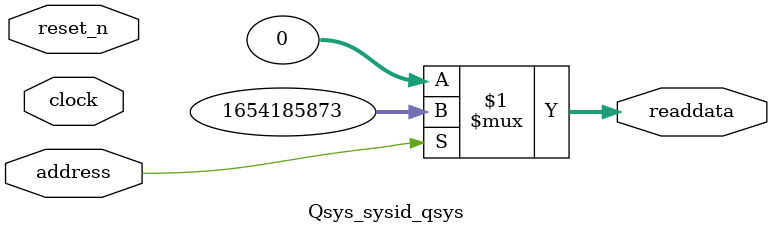
<source format=v>



// synthesis translate_off
`timescale 1ns / 1ps
// synthesis translate_on

// turn off superfluous verilog processor warnings 
// altera message_level Level1 
// altera message_off 10034 10035 10036 10037 10230 10240 10030 

module Qsys_sysid_qsys (
               // inputs:
                address,
                clock,
                reset_n,

               // outputs:
                readdata
             )
;

  output  [ 31: 0] readdata;
  input            address;
  input            clock;
  input            reset_n;

  wire    [ 31: 0] readdata;
  //control_slave, which is an e_avalon_slave
  assign readdata = address ? 1654185873 : 0;

endmodule



</source>
